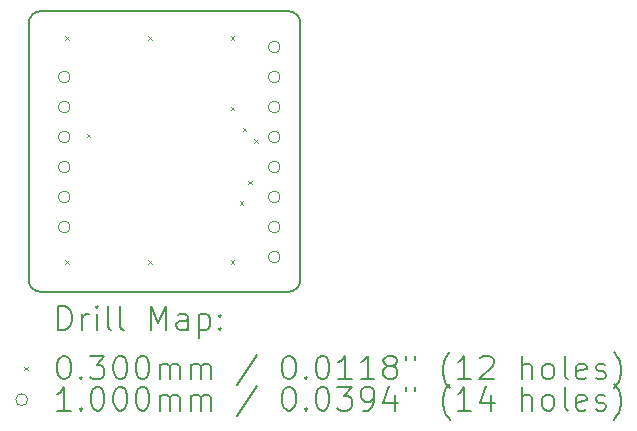
<source format=gbr>
%TF.GenerationSoftware,KiCad,Pcbnew,9.0.4*%
%TF.CreationDate,2025-12-19T17:43:13-05:00*%
%TF.ProjectId,AD5689RARUZ-RL7_breakboard,41443536-3839-4524-9152-555a2d524c37,rev?*%
%TF.SameCoordinates,Original*%
%TF.FileFunction,Drillmap*%
%TF.FilePolarity,Positive*%
%FSLAX45Y45*%
G04 Gerber Fmt 4.5, Leading zero omitted, Abs format (unit mm)*
G04 Created by KiCad (PCBNEW 9.0.4) date 2025-12-19 17:43:13*
%MOMM*%
%LPD*%
G01*
G04 APERTURE LIST*
%ADD10C,0.200000*%
%ADD11C,0.100000*%
G04 APERTURE END LIST*
D10*
X13275000Y-8450000D02*
X13275000Y-6275000D01*
X13275000Y-6275000D02*
G75*
G02*
X13375000Y-6175000I100000J0D01*
G01*
X13375000Y-8550000D02*
G75*
G02*
X13275000Y-8450000I0J100000D01*
G01*
X15575000Y-8450000D02*
G75*
G02*
X15475000Y-8550000I-100000J0D01*
G01*
X15575000Y-6275000D02*
X15575000Y-8450000D01*
X13375000Y-6175000D02*
X15475000Y-6175000D01*
X13375000Y-8550000D02*
X15475000Y-8550000D01*
X15475000Y-6175000D02*
G75*
G02*
X15575000Y-6275000I0J-100000D01*
G01*
D11*
X13585000Y-6385000D02*
X13615000Y-6415000D01*
X13615000Y-6385000D02*
X13585000Y-6415000D01*
X13585000Y-8285000D02*
X13615000Y-8315000D01*
X13615000Y-8285000D02*
X13585000Y-8315000D01*
X13764900Y-7211300D02*
X13794900Y-7241300D01*
X13794900Y-7211300D02*
X13764900Y-7241300D01*
X14285000Y-6385000D02*
X14315000Y-6415000D01*
X14315000Y-6385000D02*
X14285000Y-6415000D01*
X14285000Y-8285000D02*
X14315000Y-8315000D01*
X14315000Y-8285000D02*
X14285000Y-8315000D01*
X14985000Y-6385000D02*
X15015000Y-6415000D01*
X15015000Y-6385000D02*
X14985000Y-6415000D01*
X14985000Y-6985000D02*
X15015000Y-7015000D01*
X15015000Y-6985000D02*
X14985000Y-7015000D01*
X14985000Y-8285000D02*
X15015000Y-8315000D01*
X15015000Y-8285000D02*
X14985000Y-8315000D01*
X15060000Y-7785000D02*
X15090000Y-7815000D01*
X15090000Y-7785000D02*
X15060000Y-7815000D01*
X15085000Y-7160000D02*
X15115000Y-7190000D01*
X15115000Y-7160000D02*
X15085000Y-7190000D01*
X15135000Y-7610000D02*
X15165000Y-7640000D01*
X15165000Y-7610000D02*
X15135000Y-7640000D01*
X15185000Y-7260000D02*
X15215000Y-7290000D01*
X15215000Y-7260000D02*
X15185000Y-7290000D01*
X13625000Y-6731000D02*
G75*
G02*
X13525000Y-6731000I-50000J0D01*
G01*
X13525000Y-6731000D02*
G75*
G02*
X13625000Y-6731000I50000J0D01*
G01*
X13625000Y-6985000D02*
G75*
G02*
X13525000Y-6985000I-50000J0D01*
G01*
X13525000Y-6985000D02*
G75*
G02*
X13625000Y-6985000I50000J0D01*
G01*
X13625000Y-7239000D02*
G75*
G02*
X13525000Y-7239000I-50000J0D01*
G01*
X13525000Y-7239000D02*
G75*
G02*
X13625000Y-7239000I50000J0D01*
G01*
X13625000Y-7493000D02*
G75*
G02*
X13525000Y-7493000I-50000J0D01*
G01*
X13525000Y-7493000D02*
G75*
G02*
X13625000Y-7493000I50000J0D01*
G01*
X13625000Y-7747000D02*
G75*
G02*
X13525000Y-7747000I-50000J0D01*
G01*
X13525000Y-7747000D02*
G75*
G02*
X13625000Y-7747000I50000J0D01*
G01*
X13625000Y-8001000D02*
G75*
G02*
X13525000Y-8001000I-50000J0D01*
G01*
X13525000Y-8001000D02*
G75*
G02*
X13625000Y-8001000I50000J0D01*
G01*
X15403000Y-6477000D02*
G75*
G02*
X15303000Y-6477000I-50000J0D01*
G01*
X15303000Y-6477000D02*
G75*
G02*
X15403000Y-6477000I50000J0D01*
G01*
X15403000Y-6731000D02*
G75*
G02*
X15303000Y-6731000I-50000J0D01*
G01*
X15303000Y-6731000D02*
G75*
G02*
X15403000Y-6731000I50000J0D01*
G01*
X15403000Y-6985000D02*
G75*
G02*
X15303000Y-6985000I-50000J0D01*
G01*
X15303000Y-6985000D02*
G75*
G02*
X15403000Y-6985000I50000J0D01*
G01*
X15403000Y-7239000D02*
G75*
G02*
X15303000Y-7239000I-50000J0D01*
G01*
X15303000Y-7239000D02*
G75*
G02*
X15403000Y-7239000I50000J0D01*
G01*
X15403000Y-7493000D02*
G75*
G02*
X15303000Y-7493000I-50000J0D01*
G01*
X15303000Y-7493000D02*
G75*
G02*
X15403000Y-7493000I50000J0D01*
G01*
X15403000Y-7747000D02*
G75*
G02*
X15303000Y-7747000I-50000J0D01*
G01*
X15303000Y-7747000D02*
G75*
G02*
X15403000Y-7747000I50000J0D01*
G01*
X15403000Y-8001000D02*
G75*
G02*
X15303000Y-8001000I-50000J0D01*
G01*
X15303000Y-8001000D02*
G75*
G02*
X15403000Y-8001000I50000J0D01*
G01*
X15403000Y-8255000D02*
G75*
G02*
X15303000Y-8255000I-50000J0D01*
G01*
X15303000Y-8255000D02*
G75*
G02*
X15403000Y-8255000I50000J0D01*
G01*
D10*
X13525777Y-8871484D02*
X13525777Y-8671484D01*
X13525777Y-8671484D02*
X13573396Y-8671484D01*
X13573396Y-8671484D02*
X13601967Y-8681008D01*
X13601967Y-8681008D02*
X13621015Y-8700055D01*
X13621015Y-8700055D02*
X13630539Y-8719103D01*
X13630539Y-8719103D02*
X13640062Y-8757198D01*
X13640062Y-8757198D02*
X13640062Y-8785770D01*
X13640062Y-8785770D02*
X13630539Y-8823865D01*
X13630539Y-8823865D02*
X13621015Y-8842912D01*
X13621015Y-8842912D02*
X13601967Y-8861960D01*
X13601967Y-8861960D02*
X13573396Y-8871484D01*
X13573396Y-8871484D02*
X13525777Y-8871484D01*
X13725777Y-8871484D02*
X13725777Y-8738150D01*
X13725777Y-8776246D02*
X13735301Y-8757198D01*
X13735301Y-8757198D02*
X13744824Y-8747674D01*
X13744824Y-8747674D02*
X13763872Y-8738150D01*
X13763872Y-8738150D02*
X13782920Y-8738150D01*
X13849586Y-8871484D02*
X13849586Y-8738150D01*
X13849586Y-8671484D02*
X13840062Y-8681008D01*
X13840062Y-8681008D02*
X13849586Y-8690531D01*
X13849586Y-8690531D02*
X13859110Y-8681008D01*
X13859110Y-8681008D02*
X13849586Y-8671484D01*
X13849586Y-8671484D02*
X13849586Y-8690531D01*
X13973396Y-8871484D02*
X13954348Y-8861960D01*
X13954348Y-8861960D02*
X13944824Y-8842912D01*
X13944824Y-8842912D02*
X13944824Y-8671484D01*
X14078158Y-8871484D02*
X14059110Y-8861960D01*
X14059110Y-8861960D02*
X14049586Y-8842912D01*
X14049586Y-8842912D02*
X14049586Y-8671484D01*
X14306729Y-8871484D02*
X14306729Y-8671484D01*
X14306729Y-8671484D02*
X14373396Y-8814341D01*
X14373396Y-8814341D02*
X14440062Y-8671484D01*
X14440062Y-8671484D02*
X14440062Y-8871484D01*
X14621015Y-8871484D02*
X14621015Y-8766722D01*
X14621015Y-8766722D02*
X14611491Y-8747674D01*
X14611491Y-8747674D02*
X14592443Y-8738150D01*
X14592443Y-8738150D02*
X14554348Y-8738150D01*
X14554348Y-8738150D02*
X14535301Y-8747674D01*
X14621015Y-8861960D02*
X14601967Y-8871484D01*
X14601967Y-8871484D02*
X14554348Y-8871484D01*
X14554348Y-8871484D02*
X14535301Y-8861960D01*
X14535301Y-8861960D02*
X14525777Y-8842912D01*
X14525777Y-8842912D02*
X14525777Y-8823865D01*
X14525777Y-8823865D02*
X14535301Y-8804817D01*
X14535301Y-8804817D02*
X14554348Y-8795293D01*
X14554348Y-8795293D02*
X14601967Y-8795293D01*
X14601967Y-8795293D02*
X14621015Y-8785770D01*
X14716253Y-8738150D02*
X14716253Y-8938150D01*
X14716253Y-8747674D02*
X14735301Y-8738150D01*
X14735301Y-8738150D02*
X14773396Y-8738150D01*
X14773396Y-8738150D02*
X14792443Y-8747674D01*
X14792443Y-8747674D02*
X14801967Y-8757198D01*
X14801967Y-8757198D02*
X14811491Y-8776246D01*
X14811491Y-8776246D02*
X14811491Y-8833389D01*
X14811491Y-8833389D02*
X14801967Y-8852436D01*
X14801967Y-8852436D02*
X14792443Y-8861960D01*
X14792443Y-8861960D02*
X14773396Y-8871484D01*
X14773396Y-8871484D02*
X14735301Y-8871484D01*
X14735301Y-8871484D02*
X14716253Y-8861960D01*
X14897205Y-8852436D02*
X14906729Y-8861960D01*
X14906729Y-8861960D02*
X14897205Y-8871484D01*
X14897205Y-8871484D02*
X14887682Y-8861960D01*
X14887682Y-8861960D02*
X14897205Y-8852436D01*
X14897205Y-8852436D02*
X14897205Y-8871484D01*
X14897205Y-8747674D02*
X14906729Y-8757198D01*
X14906729Y-8757198D02*
X14897205Y-8766722D01*
X14897205Y-8766722D02*
X14887682Y-8757198D01*
X14887682Y-8757198D02*
X14897205Y-8747674D01*
X14897205Y-8747674D02*
X14897205Y-8766722D01*
D11*
X13235000Y-9185000D02*
X13265000Y-9215000D01*
X13265000Y-9185000D02*
X13235000Y-9215000D01*
D10*
X13563872Y-9091484D02*
X13582920Y-9091484D01*
X13582920Y-9091484D02*
X13601967Y-9101008D01*
X13601967Y-9101008D02*
X13611491Y-9110531D01*
X13611491Y-9110531D02*
X13621015Y-9129579D01*
X13621015Y-9129579D02*
X13630539Y-9167674D01*
X13630539Y-9167674D02*
X13630539Y-9215293D01*
X13630539Y-9215293D02*
X13621015Y-9253389D01*
X13621015Y-9253389D02*
X13611491Y-9272436D01*
X13611491Y-9272436D02*
X13601967Y-9281960D01*
X13601967Y-9281960D02*
X13582920Y-9291484D01*
X13582920Y-9291484D02*
X13563872Y-9291484D01*
X13563872Y-9291484D02*
X13544824Y-9281960D01*
X13544824Y-9281960D02*
X13535301Y-9272436D01*
X13535301Y-9272436D02*
X13525777Y-9253389D01*
X13525777Y-9253389D02*
X13516253Y-9215293D01*
X13516253Y-9215293D02*
X13516253Y-9167674D01*
X13516253Y-9167674D02*
X13525777Y-9129579D01*
X13525777Y-9129579D02*
X13535301Y-9110531D01*
X13535301Y-9110531D02*
X13544824Y-9101008D01*
X13544824Y-9101008D02*
X13563872Y-9091484D01*
X13716253Y-9272436D02*
X13725777Y-9281960D01*
X13725777Y-9281960D02*
X13716253Y-9291484D01*
X13716253Y-9291484D02*
X13706729Y-9281960D01*
X13706729Y-9281960D02*
X13716253Y-9272436D01*
X13716253Y-9272436D02*
X13716253Y-9291484D01*
X13792443Y-9091484D02*
X13916253Y-9091484D01*
X13916253Y-9091484D02*
X13849586Y-9167674D01*
X13849586Y-9167674D02*
X13878158Y-9167674D01*
X13878158Y-9167674D02*
X13897205Y-9177198D01*
X13897205Y-9177198D02*
X13906729Y-9186722D01*
X13906729Y-9186722D02*
X13916253Y-9205770D01*
X13916253Y-9205770D02*
X13916253Y-9253389D01*
X13916253Y-9253389D02*
X13906729Y-9272436D01*
X13906729Y-9272436D02*
X13897205Y-9281960D01*
X13897205Y-9281960D02*
X13878158Y-9291484D01*
X13878158Y-9291484D02*
X13821015Y-9291484D01*
X13821015Y-9291484D02*
X13801967Y-9281960D01*
X13801967Y-9281960D02*
X13792443Y-9272436D01*
X14040062Y-9091484D02*
X14059110Y-9091484D01*
X14059110Y-9091484D02*
X14078158Y-9101008D01*
X14078158Y-9101008D02*
X14087682Y-9110531D01*
X14087682Y-9110531D02*
X14097205Y-9129579D01*
X14097205Y-9129579D02*
X14106729Y-9167674D01*
X14106729Y-9167674D02*
X14106729Y-9215293D01*
X14106729Y-9215293D02*
X14097205Y-9253389D01*
X14097205Y-9253389D02*
X14087682Y-9272436D01*
X14087682Y-9272436D02*
X14078158Y-9281960D01*
X14078158Y-9281960D02*
X14059110Y-9291484D01*
X14059110Y-9291484D02*
X14040062Y-9291484D01*
X14040062Y-9291484D02*
X14021015Y-9281960D01*
X14021015Y-9281960D02*
X14011491Y-9272436D01*
X14011491Y-9272436D02*
X14001967Y-9253389D01*
X14001967Y-9253389D02*
X13992443Y-9215293D01*
X13992443Y-9215293D02*
X13992443Y-9167674D01*
X13992443Y-9167674D02*
X14001967Y-9129579D01*
X14001967Y-9129579D02*
X14011491Y-9110531D01*
X14011491Y-9110531D02*
X14021015Y-9101008D01*
X14021015Y-9101008D02*
X14040062Y-9091484D01*
X14230539Y-9091484D02*
X14249586Y-9091484D01*
X14249586Y-9091484D02*
X14268634Y-9101008D01*
X14268634Y-9101008D02*
X14278158Y-9110531D01*
X14278158Y-9110531D02*
X14287682Y-9129579D01*
X14287682Y-9129579D02*
X14297205Y-9167674D01*
X14297205Y-9167674D02*
X14297205Y-9215293D01*
X14297205Y-9215293D02*
X14287682Y-9253389D01*
X14287682Y-9253389D02*
X14278158Y-9272436D01*
X14278158Y-9272436D02*
X14268634Y-9281960D01*
X14268634Y-9281960D02*
X14249586Y-9291484D01*
X14249586Y-9291484D02*
X14230539Y-9291484D01*
X14230539Y-9291484D02*
X14211491Y-9281960D01*
X14211491Y-9281960D02*
X14201967Y-9272436D01*
X14201967Y-9272436D02*
X14192443Y-9253389D01*
X14192443Y-9253389D02*
X14182920Y-9215293D01*
X14182920Y-9215293D02*
X14182920Y-9167674D01*
X14182920Y-9167674D02*
X14192443Y-9129579D01*
X14192443Y-9129579D02*
X14201967Y-9110531D01*
X14201967Y-9110531D02*
X14211491Y-9101008D01*
X14211491Y-9101008D02*
X14230539Y-9091484D01*
X14382920Y-9291484D02*
X14382920Y-9158150D01*
X14382920Y-9177198D02*
X14392443Y-9167674D01*
X14392443Y-9167674D02*
X14411491Y-9158150D01*
X14411491Y-9158150D02*
X14440063Y-9158150D01*
X14440063Y-9158150D02*
X14459110Y-9167674D01*
X14459110Y-9167674D02*
X14468634Y-9186722D01*
X14468634Y-9186722D02*
X14468634Y-9291484D01*
X14468634Y-9186722D02*
X14478158Y-9167674D01*
X14478158Y-9167674D02*
X14497205Y-9158150D01*
X14497205Y-9158150D02*
X14525777Y-9158150D01*
X14525777Y-9158150D02*
X14544824Y-9167674D01*
X14544824Y-9167674D02*
X14554348Y-9186722D01*
X14554348Y-9186722D02*
X14554348Y-9291484D01*
X14649586Y-9291484D02*
X14649586Y-9158150D01*
X14649586Y-9177198D02*
X14659110Y-9167674D01*
X14659110Y-9167674D02*
X14678158Y-9158150D01*
X14678158Y-9158150D02*
X14706729Y-9158150D01*
X14706729Y-9158150D02*
X14725777Y-9167674D01*
X14725777Y-9167674D02*
X14735301Y-9186722D01*
X14735301Y-9186722D02*
X14735301Y-9291484D01*
X14735301Y-9186722D02*
X14744824Y-9167674D01*
X14744824Y-9167674D02*
X14763872Y-9158150D01*
X14763872Y-9158150D02*
X14792443Y-9158150D01*
X14792443Y-9158150D02*
X14811491Y-9167674D01*
X14811491Y-9167674D02*
X14821015Y-9186722D01*
X14821015Y-9186722D02*
X14821015Y-9291484D01*
X15211491Y-9081960D02*
X15040063Y-9339103D01*
X15468634Y-9091484D02*
X15487682Y-9091484D01*
X15487682Y-9091484D02*
X15506729Y-9101008D01*
X15506729Y-9101008D02*
X15516253Y-9110531D01*
X15516253Y-9110531D02*
X15525777Y-9129579D01*
X15525777Y-9129579D02*
X15535301Y-9167674D01*
X15535301Y-9167674D02*
X15535301Y-9215293D01*
X15535301Y-9215293D02*
X15525777Y-9253389D01*
X15525777Y-9253389D02*
X15516253Y-9272436D01*
X15516253Y-9272436D02*
X15506729Y-9281960D01*
X15506729Y-9281960D02*
X15487682Y-9291484D01*
X15487682Y-9291484D02*
X15468634Y-9291484D01*
X15468634Y-9291484D02*
X15449586Y-9281960D01*
X15449586Y-9281960D02*
X15440063Y-9272436D01*
X15440063Y-9272436D02*
X15430539Y-9253389D01*
X15430539Y-9253389D02*
X15421015Y-9215293D01*
X15421015Y-9215293D02*
X15421015Y-9167674D01*
X15421015Y-9167674D02*
X15430539Y-9129579D01*
X15430539Y-9129579D02*
X15440063Y-9110531D01*
X15440063Y-9110531D02*
X15449586Y-9101008D01*
X15449586Y-9101008D02*
X15468634Y-9091484D01*
X15621015Y-9272436D02*
X15630539Y-9281960D01*
X15630539Y-9281960D02*
X15621015Y-9291484D01*
X15621015Y-9291484D02*
X15611491Y-9281960D01*
X15611491Y-9281960D02*
X15621015Y-9272436D01*
X15621015Y-9272436D02*
X15621015Y-9291484D01*
X15754348Y-9091484D02*
X15773396Y-9091484D01*
X15773396Y-9091484D02*
X15792444Y-9101008D01*
X15792444Y-9101008D02*
X15801967Y-9110531D01*
X15801967Y-9110531D02*
X15811491Y-9129579D01*
X15811491Y-9129579D02*
X15821015Y-9167674D01*
X15821015Y-9167674D02*
X15821015Y-9215293D01*
X15821015Y-9215293D02*
X15811491Y-9253389D01*
X15811491Y-9253389D02*
X15801967Y-9272436D01*
X15801967Y-9272436D02*
X15792444Y-9281960D01*
X15792444Y-9281960D02*
X15773396Y-9291484D01*
X15773396Y-9291484D02*
X15754348Y-9291484D01*
X15754348Y-9291484D02*
X15735301Y-9281960D01*
X15735301Y-9281960D02*
X15725777Y-9272436D01*
X15725777Y-9272436D02*
X15716253Y-9253389D01*
X15716253Y-9253389D02*
X15706729Y-9215293D01*
X15706729Y-9215293D02*
X15706729Y-9167674D01*
X15706729Y-9167674D02*
X15716253Y-9129579D01*
X15716253Y-9129579D02*
X15725777Y-9110531D01*
X15725777Y-9110531D02*
X15735301Y-9101008D01*
X15735301Y-9101008D02*
X15754348Y-9091484D01*
X16011491Y-9291484D02*
X15897206Y-9291484D01*
X15954348Y-9291484D02*
X15954348Y-9091484D01*
X15954348Y-9091484D02*
X15935301Y-9120055D01*
X15935301Y-9120055D02*
X15916253Y-9139103D01*
X15916253Y-9139103D02*
X15897206Y-9148627D01*
X16201967Y-9291484D02*
X16087682Y-9291484D01*
X16144825Y-9291484D02*
X16144825Y-9091484D01*
X16144825Y-9091484D02*
X16125777Y-9120055D01*
X16125777Y-9120055D02*
X16106729Y-9139103D01*
X16106729Y-9139103D02*
X16087682Y-9148627D01*
X16316253Y-9177198D02*
X16297206Y-9167674D01*
X16297206Y-9167674D02*
X16287682Y-9158150D01*
X16287682Y-9158150D02*
X16278158Y-9139103D01*
X16278158Y-9139103D02*
X16278158Y-9129579D01*
X16278158Y-9129579D02*
X16287682Y-9110531D01*
X16287682Y-9110531D02*
X16297206Y-9101008D01*
X16297206Y-9101008D02*
X16316253Y-9091484D01*
X16316253Y-9091484D02*
X16354348Y-9091484D01*
X16354348Y-9091484D02*
X16373396Y-9101008D01*
X16373396Y-9101008D02*
X16382920Y-9110531D01*
X16382920Y-9110531D02*
X16392444Y-9129579D01*
X16392444Y-9129579D02*
X16392444Y-9139103D01*
X16392444Y-9139103D02*
X16382920Y-9158150D01*
X16382920Y-9158150D02*
X16373396Y-9167674D01*
X16373396Y-9167674D02*
X16354348Y-9177198D01*
X16354348Y-9177198D02*
X16316253Y-9177198D01*
X16316253Y-9177198D02*
X16297206Y-9186722D01*
X16297206Y-9186722D02*
X16287682Y-9196246D01*
X16287682Y-9196246D02*
X16278158Y-9215293D01*
X16278158Y-9215293D02*
X16278158Y-9253389D01*
X16278158Y-9253389D02*
X16287682Y-9272436D01*
X16287682Y-9272436D02*
X16297206Y-9281960D01*
X16297206Y-9281960D02*
X16316253Y-9291484D01*
X16316253Y-9291484D02*
X16354348Y-9291484D01*
X16354348Y-9291484D02*
X16373396Y-9281960D01*
X16373396Y-9281960D02*
X16382920Y-9272436D01*
X16382920Y-9272436D02*
X16392444Y-9253389D01*
X16392444Y-9253389D02*
X16392444Y-9215293D01*
X16392444Y-9215293D02*
X16382920Y-9196246D01*
X16382920Y-9196246D02*
X16373396Y-9186722D01*
X16373396Y-9186722D02*
X16354348Y-9177198D01*
X16468634Y-9091484D02*
X16468634Y-9129579D01*
X16544825Y-9091484D02*
X16544825Y-9129579D01*
X16840063Y-9367674D02*
X16830539Y-9358150D01*
X16830539Y-9358150D02*
X16811491Y-9329579D01*
X16811491Y-9329579D02*
X16801968Y-9310531D01*
X16801968Y-9310531D02*
X16792444Y-9281960D01*
X16792444Y-9281960D02*
X16782920Y-9234341D01*
X16782920Y-9234341D02*
X16782920Y-9196246D01*
X16782920Y-9196246D02*
X16792444Y-9148627D01*
X16792444Y-9148627D02*
X16801968Y-9120055D01*
X16801968Y-9120055D02*
X16811491Y-9101008D01*
X16811491Y-9101008D02*
X16830539Y-9072436D01*
X16830539Y-9072436D02*
X16840063Y-9062912D01*
X17021015Y-9291484D02*
X16906730Y-9291484D01*
X16963872Y-9291484D02*
X16963872Y-9091484D01*
X16963872Y-9091484D02*
X16944825Y-9120055D01*
X16944825Y-9120055D02*
X16925777Y-9139103D01*
X16925777Y-9139103D02*
X16906730Y-9148627D01*
X17097206Y-9110531D02*
X17106730Y-9101008D01*
X17106730Y-9101008D02*
X17125777Y-9091484D01*
X17125777Y-9091484D02*
X17173396Y-9091484D01*
X17173396Y-9091484D02*
X17192444Y-9101008D01*
X17192444Y-9101008D02*
X17201968Y-9110531D01*
X17201968Y-9110531D02*
X17211491Y-9129579D01*
X17211491Y-9129579D02*
X17211491Y-9148627D01*
X17211491Y-9148627D02*
X17201968Y-9177198D01*
X17201968Y-9177198D02*
X17087682Y-9291484D01*
X17087682Y-9291484D02*
X17211491Y-9291484D01*
X17449587Y-9291484D02*
X17449587Y-9091484D01*
X17535301Y-9291484D02*
X17535301Y-9186722D01*
X17535301Y-9186722D02*
X17525777Y-9167674D01*
X17525777Y-9167674D02*
X17506730Y-9158150D01*
X17506730Y-9158150D02*
X17478158Y-9158150D01*
X17478158Y-9158150D02*
X17459111Y-9167674D01*
X17459111Y-9167674D02*
X17449587Y-9177198D01*
X17659111Y-9291484D02*
X17640063Y-9281960D01*
X17640063Y-9281960D02*
X17630539Y-9272436D01*
X17630539Y-9272436D02*
X17621015Y-9253389D01*
X17621015Y-9253389D02*
X17621015Y-9196246D01*
X17621015Y-9196246D02*
X17630539Y-9177198D01*
X17630539Y-9177198D02*
X17640063Y-9167674D01*
X17640063Y-9167674D02*
X17659111Y-9158150D01*
X17659111Y-9158150D02*
X17687682Y-9158150D01*
X17687682Y-9158150D02*
X17706730Y-9167674D01*
X17706730Y-9167674D02*
X17716253Y-9177198D01*
X17716253Y-9177198D02*
X17725777Y-9196246D01*
X17725777Y-9196246D02*
X17725777Y-9253389D01*
X17725777Y-9253389D02*
X17716253Y-9272436D01*
X17716253Y-9272436D02*
X17706730Y-9281960D01*
X17706730Y-9281960D02*
X17687682Y-9291484D01*
X17687682Y-9291484D02*
X17659111Y-9291484D01*
X17840063Y-9291484D02*
X17821015Y-9281960D01*
X17821015Y-9281960D02*
X17811492Y-9262912D01*
X17811492Y-9262912D02*
X17811492Y-9091484D01*
X17992444Y-9281960D02*
X17973396Y-9291484D01*
X17973396Y-9291484D02*
X17935301Y-9291484D01*
X17935301Y-9291484D02*
X17916253Y-9281960D01*
X17916253Y-9281960D02*
X17906730Y-9262912D01*
X17906730Y-9262912D02*
X17906730Y-9186722D01*
X17906730Y-9186722D02*
X17916253Y-9167674D01*
X17916253Y-9167674D02*
X17935301Y-9158150D01*
X17935301Y-9158150D02*
X17973396Y-9158150D01*
X17973396Y-9158150D02*
X17992444Y-9167674D01*
X17992444Y-9167674D02*
X18001968Y-9186722D01*
X18001968Y-9186722D02*
X18001968Y-9205770D01*
X18001968Y-9205770D02*
X17906730Y-9224817D01*
X18078158Y-9281960D02*
X18097206Y-9291484D01*
X18097206Y-9291484D02*
X18135301Y-9291484D01*
X18135301Y-9291484D02*
X18154349Y-9281960D01*
X18154349Y-9281960D02*
X18163873Y-9262912D01*
X18163873Y-9262912D02*
X18163873Y-9253389D01*
X18163873Y-9253389D02*
X18154349Y-9234341D01*
X18154349Y-9234341D02*
X18135301Y-9224817D01*
X18135301Y-9224817D02*
X18106730Y-9224817D01*
X18106730Y-9224817D02*
X18087682Y-9215293D01*
X18087682Y-9215293D02*
X18078158Y-9196246D01*
X18078158Y-9196246D02*
X18078158Y-9186722D01*
X18078158Y-9186722D02*
X18087682Y-9167674D01*
X18087682Y-9167674D02*
X18106730Y-9158150D01*
X18106730Y-9158150D02*
X18135301Y-9158150D01*
X18135301Y-9158150D02*
X18154349Y-9167674D01*
X18230539Y-9367674D02*
X18240063Y-9358150D01*
X18240063Y-9358150D02*
X18259111Y-9329579D01*
X18259111Y-9329579D02*
X18268634Y-9310531D01*
X18268634Y-9310531D02*
X18278158Y-9281960D01*
X18278158Y-9281960D02*
X18287682Y-9234341D01*
X18287682Y-9234341D02*
X18287682Y-9196246D01*
X18287682Y-9196246D02*
X18278158Y-9148627D01*
X18278158Y-9148627D02*
X18268634Y-9120055D01*
X18268634Y-9120055D02*
X18259111Y-9101008D01*
X18259111Y-9101008D02*
X18240063Y-9072436D01*
X18240063Y-9072436D02*
X18230539Y-9062912D01*
D11*
X13265000Y-9464000D02*
G75*
G02*
X13165000Y-9464000I-50000J0D01*
G01*
X13165000Y-9464000D02*
G75*
G02*
X13265000Y-9464000I50000J0D01*
G01*
D10*
X13630539Y-9555484D02*
X13516253Y-9555484D01*
X13573396Y-9555484D02*
X13573396Y-9355484D01*
X13573396Y-9355484D02*
X13554348Y-9384055D01*
X13554348Y-9384055D02*
X13535301Y-9403103D01*
X13535301Y-9403103D02*
X13516253Y-9412627D01*
X13716253Y-9536436D02*
X13725777Y-9545960D01*
X13725777Y-9545960D02*
X13716253Y-9555484D01*
X13716253Y-9555484D02*
X13706729Y-9545960D01*
X13706729Y-9545960D02*
X13716253Y-9536436D01*
X13716253Y-9536436D02*
X13716253Y-9555484D01*
X13849586Y-9355484D02*
X13868634Y-9355484D01*
X13868634Y-9355484D02*
X13887682Y-9365008D01*
X13887682Y-9365008D02*
X13897205Y-9374531D01*
X13897205Y-9374531D02*
X13906729Y-9393579D01*
X13906729Y-9393579D02*
X13916253Y-9431674D01*
X13916253Y-9431674D02*
X13916253Y-9479293D01*
X13916253Y-9479293D02*
X13906729Y-9517389D01*
X13906729Y-9517389D02*
X13897205Y-9536436D01*
X13897205Y-9536436D02*
X13887682Y-9545960D01*
X13887682Y-9545960D02*
X13868634Y-9555484D01*
X13868634Y-9555484D02*
X13849586Y-9555484D01*
X13849586Y-9555484D02*
X13830539Y-9545960D01*
X13830539Y-9545960D02*
X13821015Y-9536436D01*
X13821015Y-9536436D02*
X13811491Y-9517389D01*
X13811491Y-9517389D02*
X13801967Y-9479293D01*
X13801967Y-9479293D02*
X13801967Y-9431674D01*
X13801967Y-9431674D02*
X13811491Y-9393579D01*
X13811491Y-9393579D02*
X13821015Y-9374531D01*
X13821015Y-9374531D02*
X13830539Y-9365008D01*
X13830539Y-9365008D02*
X13849586Y-9355484D01*
X14040062Y-9355484D02*
X14059110Y-9355484D01*
X14059110Y-9355484D02*
X14078158Y-9365008D01*
X14078158Y-9365008D02*
X14087682Y-9374531D01*
X14087682Y-9374531D02*
X14097205Y-9393579D01*
X14097205Y-9393579D02*
X14106729Y-9431674D01*
X14106729Y-9431674D02*
X14106729Y-9479293D01*
X14106729Y-9479293D02*
X14097205Y-9517389D01*
X14097205Y-9517389D02*
X14087682Y-9536436D01*
X14087682Y-9536436D02*
X14078158Y-9545960D01*
X14078158Y-9545960D02*
X14059110Y-9555484D01*
X14059110Y-9555484D02*
X14040062Y-9555484D01*
X14040062Y-9555484D02*
X14021015Y-9545960D01*
X14021015Y-9545960D02*
X14011491Y-9536436D01*
X14011491Y-9536436D02*
X14001967Y-9517389D01*
X14001967Y-9517389D02*
X13992443Y-9479293D01*
X13992443Y-9479293D02*
X13992443Y-9431674D01*
X13992443Y-9431674D02*
X14001967Y-9393579D01*
X14001967Y-9393579D02*
X14011491Y-9374531D01*
X14011491Y-9374531D02*
X14021015Y-9365008D01*
X14021015Y-9365008D02*
X14040062Y-9355484D01*
X14230539Y-9355484D02*
X14249586Y-9355484D01*
X14249586Y-9355484D02*
X14268634Y-9365008D01*
X14268634Y-9365008D02*
X14278158Y-9374531D01*
X14278158Y-9374531D02*
X14287682Y-9393579D01*
X14287682Y-9393579D02*
X14297205Y-9431674D01*
X14297205Y-9431674D02*
X14297205Y-9479293D01*
X14297205Y-9479293D02*
X14287682Y-9517389D01*
X14287682Y-9517389D02*
X14278158Y-9536436D01*
X14278158Y-9536436D02*
X14268634Y-9545960D01*
X14268634Y-9545960D02*
X14249586Y-9555484D01*
X14249586Y-9555484D02*
X14230539Y-9555484D01*
X14230539Y-9555484D02*
X14211491Y-9545960D01*
X14211491Y-9545960D02*
X14201967Y-9536436D01*
X14201967Y-9536436D02*
X14192443Y-9517389D01*
X14192443Y-9517389D02*
X14182920Y-9479293D01*
X14182920Y-9479293D02*
X14182920Y-9431674D01*
X14182920Y-9431674D02*
X14192443Y-9393579D01*
X14192443Y-9393579D02*
X14201967Y-9374531D01*
X14201967Y-9374531D02*
X14211491Y-9365008D01*
X14211491Y-9365008D02*
X14230539Y-9355484D01*
X14382920Y-9555484D02*
X14382920Y-9422150D01*
X14382920Y-9441198D02*
X14392443Y-9431674D01*
X14392443Y-9431674D02*
X14411491Y-9422150D01*
X14411491Y-9422150D02*
X14440063Y-9422150D01*
X14440063Y-9422150D02*
X14459110Y-9431674D01*
X14459110Y-9431674D02*
X14468634Y-9450722D01*
X14468634Y-9450722D02*
X14468634Y-9555484D01*
X14468634Y-9450722D02*
X14478158Y-9431674D01*
X14478158Y-9431674D02*
X14497205Y-9422150D01*
X14497205Y-9422150D02*
X14525777Y-9422150D01*
X14525777Y-9422150D02*
X14544824Y-9431674D01*
X14544824Y-9431674D02*
X14554348Y-9450722D01*
X14554348Y-9450722D02*
X14554348Y-9555484D01*
X14649586Y-9555484D02*
X14649586Y-9422150D01*
X14649586Y-9441198D02*
X14659110Y-9431674D01*
X14659110Y-9431674D02*
X14678158Y-9422150D01*
X14678158Y-9422150D02*
X14706729Y-9422150D01*
X14706729Y-9422150D02*
X14725777Y-9431674D01*
X14725777Y-9431674D02*
X14735301Y-9450722D01*
X14735301Y-9450722D02*
X14735301Y-9555484D01*
X14735301Y-9450722D02*
X14744824Y-9431674D01*
X14744824Y-9431674D02*
X14763872Y-9422150D01*
X14763872Y-9422150D02*
X14792443Y-9422150D01*
X14792443Y-9422150D02*
X14811491Y-9431674D01*
X14811491Y-9431674D02*
X14821015Y-9450722D01*
X14821015Y-9450722D02*
X14821015Y-9555484D01*
X15211491Y-9345960D02*
X15040063Y-9603103D01*
X15468634Y-9355484D02*
X15487682Y-9355484D01*
X15487682Y-9355484D02*
X15506729Y-9365008D01*
X15506729Y-9365008D02*
X15516253Y-9374531D01*
X15516253Y-9374531D02*
X15525777Y-9393579D01*
X15525777Y-9393579D02*
X15535301Y-9431674D01*
X15535301Y-9431674D02*
X15535301Y-9479293D01*
X15535301Y-9479293D02*
X15525777Y-9517389D01*
X15525777Y-9517389D02*
X15516253Y-9536436D01*
X15516253Y-9536436D02*
X15506729Y-9545960D01*
X15506729Y-9545960D02*
X15487682Y-9555484D01*
X15487682Y-9555484D02*
X15468634Y-9555484D01*
X15468634Y-9555484D02*
X15449586Y-9545960D01*
X15449586Y-9545960D02*
X15440063Y-9536436D01*
X15440063Y-9536436D02*
X15430539Y-9517389D01*
X15430539Y-9517389D02*
X15421015Y-9479293D01*
X15421015Y-9479293D02*
X15421015Y-9431674D01*
X15421015Y-9431674D02*
X15430539Y-9393579D01*
X15430539Y-9393579D02*
X15440063Y-9374531D01*
X15440063Y-9374531D02*
X15449586Y-9365008D01*
X15449586Y-9365008D02*
X15468634Y-9355484D01*
X15621015Y-9536436D02*
X15630539Y-9545960D01*
X15630539Y-9545960D02*
X15621015Y-9555484D01*
X15621015Y-9555484D02*
X15611491Y-9545960D01*
X15611491Y-9545960D02*
X15621015Y-9536436D01*
X15621015Y-9536436D02*
X15621015Y-9555484D01*
X15754348Y-9355484D02*
X15773396Y-9355484D01*
X15773396Y-9355484D02*
X15792444Y-9365008D01*
X15792444Y-9365008D02*
X15801967Y-9374531D01*
X15801967Y-9374531D02*
X15811491Y-9393579D01*
X15811491Y-9393579D02*
X15821015Y-9431674D01*
X15821015Y-9431674D02*
X15821015Y-9479293D01*
X15821015Y-9479293D02*
X15811491Y-9517389D01*
X15811491Y-9517389D02*
X15801967Y-9536436D01*
X15801967Y-9536436D02*
X15792444Y-9545960D01*
X15792444Y-9545960D02*
X15773396Y-9555484D01*
X15773396Y-9555484D02*
X15754348Y-9555484D01*
X15754348Y-9555484D02*
X15735301Y-9545960D01*
X15735301Y-9545960D02*
X15725777Y-9536436D01*
X15725777Y-9536436D02*
X15716253Y-9517389D01*
X15716253Y-9517389D02*
X15706729Y-9479293D01*
X15706729Y-9479293D02*
X15706729Y-9431674D01*
X15706729Y-9431674D02*
X15716253Y-9393579D01*
X15716253Y-9393579D02*
X15725777Y-9374531D01*
X15725777Y-9374531D02*
X15735301Y-9365008D01*
X15735301Y-9365008D02*
X15754348Y-9355484D01*
X15887682Y-9355484D02*
X16011491Y-9355484D01*
X16011491Y-9355484D02*
X15944825Y-9431674D01*
X15944825Y-9431674D02*
X15973396Y-9431674D01*
X15973396Y-9431674D02*
X15992444Y-9441198D01*
X15992444Y-9441198D02*
X16001967Y-9450722D01*
X16001967Y-9450722D02*
X16011491Y-9469770D01*
X16011491Y-9469770D02*
X16011491Y-9517389D01*
X16011491Y-9517389D02*
X16001967Y-9536436D01*
X16001967Y-9536436D02*
X15992444Y-9545960D01*
X15992444Y-9545960D02*
X15973396Y-9555484D01*
X15973396Y-9555484D02*
X15916253Y-9555484D01*
X15916253Y-9555484D02*
X15897206Y-9545960D01*
X15897206Y-9545960D02*
X15887682Y-9536436D01*
X16106729Y-9555484D02*
X16144825Y-9555484D01*
X16144825Y-9555484D02*
X16163872Y-9545960D01*
X16163872Y-9545960D02*
X16173396Y-9536436D01*
X16173396Y-9536436D02*
X16192444Y-9507865D01*
X16192444Y-9507865D02*
X16201967Y-9469770D01*
X16201967Y-9469770D02*
X16201967Y-9393579D01*
X16201967Y-9393579D02*
X16192444Y-9374531D01*
X16192444Y-9374531D02*
X16182920Y-9365008D01*
X16182920Y-9365008D02*
X16163872Y-9355484D01*
X16163872Y-9355484D02*
X16125777Y-9355484D01*
X16125777Y-9355484D02*
X16106729Y-9365008D01*
X16106729Y-9365008D02*
X16097206Y-9374531D01*
X16097206Y-9374531D02*
X16087682Y-9393579D01*
X16087682Y-9393579D02*
X16087682Y-9441198D01*
X16087682Y-9441198D02*
X16097206Y-9460246D01*
X16097206Y-9460246D02*
X16106729Y-9469770D01*
X16106729Y-9469770D02*
X16125777Y-9479293D01*
X16125777Y-9479293D02*
X16163872Y-9479293D01*
X16163872Y-9479293D02*
X16182920Y-9469770D01*
X16182920Y-9469770D02*
X16192444Y-9460246D01*
X16192444Y-9460246D02*
X16201967Y-9441198D01*
X16373396Y-9422150D02*
X16373396Y-9555484D01*
X16325777Y-9345960D02*
X16278158Y-9488817D01*
X16278158Y-9488817D02*
X16401967Y-9488817D01*
X16468634Y-9355484D02*
X16468634Y-9393579D01*
X16544825Y-9355484D02*
X16544825Y-9393579D01*
X16840063Y-9631674D02*
X16830539Y-9622150D01*
X16830539Y-9622150D02*
X16811491Y-9593579D01*
X16811491Y-9593579D02*
X16801968Y-9574531D01*
X16801968Y-9574531D02*
X16792444Y-9545960D01*
X16792444Y-9545960D02*
X16782920Y-9498341D01*
X16782920Y-9498341D02*
X16782920Y-9460246D01*
X16782920Y-9460246D02*
X16792444Y-9412627D01*
X16792444Y-9412627D02*
X16801968Y-9384055D01*
X16801968Y-9384055D02*
X16811491Y-9365008D01*
X16811491Y-9365008D02*
X16830539Y-9336436D01*
X16830539Y-9336436D02*
X16840063Y-9326912D01*
X17021015Y-9555484D02*
X16906730Y-9555484D01*
X16963872Y-9555484D02*
X16963872Y-9355484D01*
X16963872Y-9355484D02*
X16944825Y-9384055D01*
X16944825Y-9384055D02*
X16925777Y-9403103D01*
X16925777Y-9403103D02*
X16906730Y-9412627D01*
X17192444Y-9422150D02*
X17192444Y-9555484D01*
X17144825Y-9345960D02*
X17097206Y-9488817D01*
X17097206Y-9488817D02*
X17221015Y-9488817D01*
X17449587Y-9555484D02*
X17449587Y-9355484D01*
X17535301Y-9555484D02*
X17535301Y-9450722D01*
X17535301Y-9450722D02*
X17525777Y-9431674D01*
X17525777Y-9431674D02*
X17506730Y-9422150D01*
X17506730Y-9422150D02*
X17478158Y-9422150D01*
X17478158Y-9422150D02*
X17459111Y-9431674D01*
X17459111Y-9431674D02*
X17449587Y-9441198D01*
X17659111Y-9555484D02*
X17640063Y-9545960D01*
X17640063Y-9545960D02*
X17630539Y-9536436D01*
X17630539Y-9536436D02*
X17621015Y-9517389D01*
X17621015Y-9517389D02*
X17621015Y-9460246D01*
X17621015Y-9460246D02*
X17630539Y-9441198D01*
X17630539Y-9441198D02*
X17640063Y-9431674D01*
X17640063Y-9431674D02*
X17659111Y-9422150D01*
X17659111Y-9422150D02*
X17687682Y-9422150D01*
X17687682Y-9422150D02*
X17706730Y-9431674D01*
X17706730Y-9431674D02*
X17716253Y-9441198D01*
X17716253Y-9441198D02*
X17725777Y-9460246D01*
X17725777Y-9460246D02*
X17725777Y-9517389D01*
X17725777Y-9517389D02*
X17716253Y-9536436D01*
X17716253Y-9536436D02*
X17706730Y-9545960D01*
X17706730Y-9545960D02*
X17687682Y-9555484D01*
X17687682Y-9555484D02*
X17659111Y-9555484D01*
X17840063Y-9555484D02*
X17821015Y-9545960D01*
X17821015Y-9545960D02*
X17811492Y-9526912D01*
X17811492Y-9526912D02*
X17811492Y-9355484D01*
X17992444Y-9545960D02*
X17973396Y-9555484D01*
X17973396Y-9555484D02*
X17935301Y-9555484D01*
X17935301Y-9555484D02*
X17916253Y-9545960D01*
X17916253Y-9545960D02*
X17906730Y-9526912D01*
X17906730Y-9526912D02*
X17906730Y-9450722D01*
X17906730Y-9450722D02*
X17916253Y-9431674D01*
X17916253Y-9431674D02*
X17935301Y-9422150D01*
X17935301Y-9422150D02*
X17973396Y-9422150D01*
X17973396Y-9422150D02*
X17992444Y-9431674D01*
X17992444Y-9431674D02*
X18001968Y-9450722D01*
X18001968Y-9450722D02*
X18001968Y-9469770D01*
X18001968Y-9469770D02*
X17906730Y-9488817D01*
X18078158Y-9545960D02*
X18097206Y-9555484D01*
X18097206Y-9555484D02*
X18135301Y-9555484D01*
X18135301Y-9555484D02*
X18154349Y-9545960D01*
X18154349Y-9545960D02*
X18163873Y-9526912D01*
X18163873Y-9526912D02*
X18163873Y-9517389D01*
X18163873Y-9517389D02*
X18154349Y-9498341D01*
X18154349Y-9498341D02*
X18135301Y-9488817D01*
X18135301Y-9488817D02*
X18106730Y-9488817D01*
X18106730Y-9488817D02*
X18087682Y-9479293D01*
X18087682Y-9479293D02*
X18078158Y-9460246D01*
X18078158Y-9460246D02*
X18078158Y-9450722D01*
X18078158Y-9450722D02*
X18087682Y-9431674D01*
X18087682Y-9431674D02*
X18106730Y-9422150D01*
X18106730Y-9422150D02*
X18135301Y-9422150D01*
X18135301Y-9422150D02*
X18154349Y-9431674D01*
X18230539Y-9631674D02*
X18240063Y-9622150D01*
X18240063Y-9622150D02*
X18259111Y-9593579D01*
X18259111Y-9593579D02*
X18268634Y-9574531D01*
X18268634Y-9574531D02*
X18278158Y-9545960D01*
X18278158Y-9545960D02*
X18287682Y-9498341D01*
X18287682Y-9498341D02*
X18287682Y-9460246D01*
X18287682Y-9460246D02*
X18278158Y-9412627D01*
X18278158Y-9412627D02*
X18268634Y-9384055D01*
X18268634Y-9384055D02*
X18259111Y-9365008D01*
X18259111Y-9365008D02*
X18240063Y-9336436D01*
X18240063Y-9336436D02*
X18230539Y-9326912D01*
M02*

</source>
